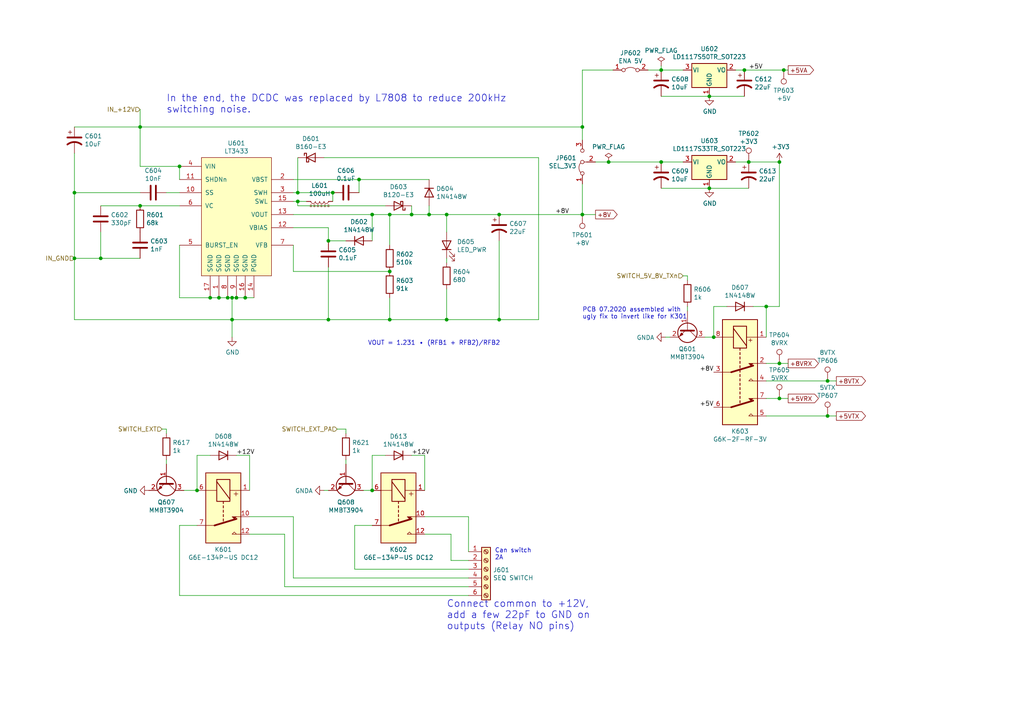
<source format=kicad_sch>
(kicad_sch (version 20211123) (generator eeschema)
  (paper "A4")
  (title_block (title "Picardy Anglian Mashup") (date "2020-03-18") (company "HB9EGM"))
  (lib_symbols
    (symbol "Connector:Screw_Terminal_01x06" (pin_names (offset 1.016) hide)
      (property "Reference" "J" (at 0 7.62 0))
      (property "Value" "Screw_Terminal_01x06" (at 0 -10.16 0))
      (symbol "Screw_Terminal_01x06_1_1"
        (rectangle (start -1.27 6.35) (end 1.27 -8.89) (stroke (width 0.254)) (fill (type background)))
        (circle (center 0 -7.62) (radius 0.635) (stroke (width 0.1524)))
        (circle (center 0 -5.08) (radius 0.635) (stroke (width 0.1524)))
        (circle (center 0 -2.54) (radius 0.635) (stroke (width 0.1524)))
        (polyline (pts (xy -0.5334 -7.2898) (xy 0.3302 -8.128)) (stroke (width 0.1524)))
        (polyline (pts (xy -0.5334 -4.7498) (xy 0.3302 -5.588)) (stroke (width 0.1524)))
        (polyline (pts (xy -0.5334 -2.2098) (xy 0.3302 -3.048)) (stroke (width 0.1524)))
        (polyline (pts (xy -0.5334 0.3302) (xy 0.3302 -0.508)) (stroke (width 0.1524)))
        (polyline (pts (xy -0.5334 2.8702) (xy 0.3302 2.032)) (stroke (width 0.1524)))
        (polyline (pts (xy -0.5334 5.4102) (xy 0.3302 4.572)) (stroke (width 0.1524)))
        (polyline (pts (xy -0.3556 -7.112) (xy 0.508 -7.9502)) (stroke (width 0.1524)))
        (polyline (pts (xy -0.3556 -4.572) (xy 0.508 -5.4102)) (stroke (width 0.1524)))
        (polyline (pts (xy -0.3556 -2.032) (xy 0.508 -2.8702)) (stroke (width 0.1524)))
        (polyline (pts (xy -0.3556 0.508) (xy 0.508 -0.3302)) (stroke (width 0.1524)))
        (polyline (pts (xy -0.3556 3.048) (xy 0.508 2.2098)) (stroke (width 0.1524)))
        (polyline (pts (xy -0.3556 5.588) (xy 0.508 4.7498)) (stroke (width 0.1524)))
        (circle (center 0 0) (radius 0.635) (stroke (width 0.1524)))
        (circle (center 0 2.54) (radius 0.635) (stroke (width 0.1524)))
        (circle (center 0 5.08) (radius 0.635) (stroke (width 0.1524)))
        (pin passive line (at -5.08 5.08 0) (length 3.81) (name "Pin_1") (number "1"))
        (pin passive line (at -5.08 2.54 0) (length 3.81) (name "Pin_2") (number "2"))
        (pin passive line (at -5.08 0 0) (length 3.81) (name "Pin_3") (number "3"))
        (pin passive line (at -5.08 -2.54 0) (length 3.81) (name "Pin_4") (number "4"))
        (pin passive line (at -5.08 -5.08 0) (length 3.81) (name "Pin_5") (number "5"))
        (pin passive line (at -5.08 -7.62 0) (length 3.81) (name "Pin_6") (number "6"))
      )
    )
    (symbol "Connector:TestPoint" (pin_numbers hide) (pin_names (offset 0.762) hide)
      (property "Reference" "TP" (at 0 6.858 0))
      (property "Value" "TestPoint" (at 0 5.08 0))
      (symbol "TestPoint_0_1"
        (circle (center 0 3.302) (radius 0.762))
      )
      (symbol "TestPoint_1_1"
        (pin passive line (at 0 0 90) (length 2.54) (name "1") (number "1"))
      )
    )
    (symbol "Device:C" (pin_numbers hide) (pin_names (offset 0.254))
      (property "Reference" "C" (at 0.635 2.54 0))
      (property "Value" "C" (at 0.635 -2.54 0))
      (symbol "C_0_1"
        (polyline (pts (xy -2.032 -0.762) (xy 2.032 -0.762)) (stroke (width 0.508)))
        (polyline (pts (xy -2.032 0.762) (xy 2.032 0.762)) (stroke (width 0.508)))
      )
      (symbol "C_1_1"
        (pin passive line (at 0 3.81 270) (length 2.794) (name "~") (number "1"))
        (pin passive line (at 0 -3.81 90) (length 2.794) (name "~") (number "2"))
      )
    )
    (symbol "Device:CP1" (pin_numbers hide) (pin_names (offset 0.254) hide)
      (property "Reference" "C" (at 0.635 2.54 0))
      (property "Value" "Device_CP1" (at 0.635 -2.54 0))
      (symbol "CP1_0_1"
        (polyline (pts (xy -2.032 0.762) (xy 2.032 0.762)) (stroke (width 0.508)))
        (polyline (pts (xy -1.778 2.286) (xy -0.762 2.286)))
        (polyline (pts (xy -1.27 1.778) (xy -1.27 2.794)))
        (arc (start 2.032 -1.27) (mid 0 -0.5572) (end -2.032 -1.27) (stroke (width 0.508)))
      )
      (symbol "CP1_1_1"
        (pin passive line (at 0 3.81 270) (length 2.794) (name "~") (number "1"))
        (pin passive line (at 0 -3.81 90) (length 3.302) (name "~") (number "2"))
      )
    )
    (symbol "Device:LED" (pin_numbers hide) (pin_names (offset 1.016) hide)
      (property "Reference" "D" (at 0 2.54 0))
      (property "Value" "LED" (at 0 -2.54 0))
      (symbol "LED_0_1"
        (polyline (pts (xy -1.27 -1.27) (xy -1.27 1.27)) (stroke (width 0.254)))
        (polyline (pts (xy -1.27 0) (xy 1.27 0)))
        (polyline (pts (xy 1.27 -1.27) (xy 1.27 1.27) (xy -1.27 0) (xy 1.27 -1.27)) (stroke (width 0.254)))
        (polyline (pts (xy -3.048 -0.762) (xy -4.572 -2.286) (xy -3.81 -2.286) (xy -4.572 -2.286) (xy -4.572 -1.524)))
        (polyline (pts (xy -1.778 -0.762) (xy -3.302 -2.286) (xy -2.54 -2.286) (xy -3.302 -2.286) (xy -3.302 -1.524)))
      )
      (symbol "LED_1_1"
        (pin passive line (at -3.81 0 0) (length 2.54) (name "K") (number "1"))
        (pin passive line (at 3.81 0 180) (length 2.54) (name "A") (number "2"))
      )
    )
    (symbol "Device:L_Core_Ferrite" (pin_numbers hide) (pin_names (offset 1.016) hide)
      (property "Reference" "L" (at -1.27 0 90))
      (property "Value" "Device_L_Core_Ferrite" (at 2.794 0 90))
      (symbol "L_Core_Ferrite_0_1"
        (arc (start 0 -2.54) (mid 0.635 -1.905) (end 0 -1.27))
        (arc (start 0 -1.27) (mid 0.635 -0.635) (end 0 0))
        (polyline (pts (xy 1.016 -2.794) (xy 1.016 -2.286)))
        (polyline (pts (xy 1.016 -1.778) (xy 1.016 -1.27)))
        (polyline (pts (xy 1.016 -0.762) (xy 1.016 -0.254)))
        (polyline (pts (xy 1.016 0.254) (xy 1.016 0.762)))
        (polyline (pts (xy 1.016 1.27) (xy 1.016 1.778)))
        (polyline (pts (xy 1.016 2.286) (xy 1.016 2.794)))
        (polyline (pts (xy 1.524 -2.286) (xy 1.524 -2.794)))
        (polyline (pts (xy 1.524 -1.27) (xy 1.524 -1.778)))
        (polyline (pts (xy 1.524 -0.254) (xy 1.524 -0.762)))
        (polyline (pts (xy 1.524 0.762) (xy 1.524 0.254)))
        (polyline (pts (xy 1.524 1.778) (xy 1.524 1.27)))
        (polyline (pts (xy 1.524 2.794) (xy 1.524 2.286)))
        (arc (start 0 0) (mid 0.635 0.635) (end 0 1.27))
        (arc (start 0 1.27) (mid 0.635 1.905) (end 0 2.54))
      )
      (symbol "L_Core_Ferrite_1_1"
        (pin passive line (at 0 3.81 270) (length 1.27) (name "1") (number "1"))
        (pin passive line (at 0 -3.81 90) (length 1.27) (name "2") (number "2"))
      )
    )
    (symbol "Device:R" (pin_numbers hide) (pin_names (offset 0))
      (property "Reference" "R" (at 2.032 0 90))
      (property "Value" "R" (at 0 0 90))
      (symbol "R_0_1"
        (rectangle (start -1.016 -2.54) (end 1.016 2.54) (stroke (width 0.254)))
      )
      (symbol "R_1_1"
        (pin passive line (at 0 3.81 270) (length 1.27) (name "~") (number "1"))
        (pin passive line (at 0 -3.81 90) (length 1.27) (name "~") (number "2"))
      )
    )
    (symbol "Diode:1N4148W" (pin_numbers hide) (pin_names (offset 1.016) hide)
      (property "Reference" "D" (at 0 2.54 0))
      (property "Value" "1N4148W" (at 0 -2.54 0))
      (symbol "1N4148W_0_1"
        (polyline (pts (xy -1.27 1.27) (xy -1.27 -1.27)) (stroke (width 0.254)))
        (polyline (pts (xy 1.27 0) (xy -1.27 0)))
        (polyline (pts (xy 1.27 1.27) (xy 1.27 -1.27) (xy -1.27 0) (xy 1.27 1.27)) (stroke (width 0.254)))
      )
      (symbol "1N4148W_1_1"
        (pin passive line (at -3.81 0 0) (length 2.54) (name "K") (number "1"))
        (pin passive line (at 3.81 0 180) (length 2.54) (name "A") (number "2"))
      )
    )
    (symbol "Diode:B120-E3" (pin_numbers hide) (pin_names hide)
      (property "Reference" "D" (at 0 2.54 0))
      (property "Value" "B120-E3" (at 0 -2.54 0))
      (symbol "B120-E3_0_1"
        (polyline (pts (xy 1.27 0) (xy -1.27 0)))
        (polyline (pts (xy 1.27 1.27) (xy 1.27 -1.27) (xy -1.27 0) (xy 1.27 1.27)) (stroke (width 0.254)))
        (polyline (pts (xy -1.905 0.635) (xy -1.905 1.27) (xy -1.27 1.27) (xy -1.27 -1.27) (xy -0.635 -1.27) (xy -0.635 -0.635)) (stroke (width 0.254)))
      )
      (symbol "B120-E3_1_1"
        (pin passive line (at -3.81 0 0) (length 2.54) (name "K") (number "1"))
        (pin passive line (at 3.81 0 180) (length 2.54) (name "A") (number "2"))
      )
    )
    (symbol "Diode:B160-E3" (pin_numbers hide) (pin_names hide)
      (property "Reference" "D" (at 0 2.54 0))
      (property "Value" "B160-E3" (at 0 -2.54 0))
      (symbol "B160-E3_0_1"
        (polyline (pts (xy 1.27 0) (xy -1.27 0)))
        (polyline (pts (xy 1.27 1.27) (xy 1.27 -1.27) (xy -1.27 0) (xy 1.27 1.27)) (stroke (width 0.254)))
        (polyline (pts (xy -1.905 0.635) (xy -1.905 1.27) (xy -1.27 1.27) (xy -1.27 -1.27) (xy -0.635 -1.27) (xy -0.635 -0.635)) (stroke (width 0.254)))
      )
      (symbol "B160-E3_1_1"
        (pin passive line (at -3.81 0 0) (length 2.54) (name "K") (number "1"))
        (pin passive line (at 3.81 0 180) (length 2.54) (name "A") (number "2"))
      )
    )
    (symbol "Jumper:Jumper_2_Bridged" (pin_names (offset 0) hide)
      (property "Reference" "JP" (at 0 1.905 0))
      (property "Value" "Jumper_2_Bridged" (at 0 -2.54 0))
      (symbol "Jumper_2_Bridged_0_0"
        (circle (center -2.032 0) (radius 0.508))
        (circle (center 2.032 0) (radius 0.508))
      )
      (symbol "Jumper_2_Bridged_0_1"
        (arc (start 1.524 0.254) (mid 0 0.762) (end -1.524 0.254))
      )
      (symbol "Jumper_2_Bridged_1_1"
        (pin passive line (at -5.08 0 0) (length 2.54) (name "A") (number "1"))
        (pin passive line (at 5.08 0 180) (length 2.54) (name "B") (number "2"))
      )
    )
    (symbol "Jumper:Jumper_3_Bridged12" (pin_names (offset 0) hide)
      (property "Reference" "JP" (at -2.54 -2.54 0))
      (property "Value" "Jumper_3_Bridged12" (at 0 2.794 0))
      (symbol "Jumper_3_Bridged12_0_0"
        (circle (center -3.302 0) (radius 0.508))
        (circle (center 0 0) (radius 0.508))
        (circle (center 3.302 0) (radius 0.508))
      )
      (symbol "Jumper_3_Bridged12_0_1"
        (arc (start -0.254 0.508) (mid -1.651 0.9912) (end -3.048 0.508))
        (polyline (pts (xy 0 -1.27) (xy 0 -0.508)))
      )
      (symbol "Jumper_3_Bridged12_1_1"
        (pin passive line (at -6.35 0 0) (length 2.54) (name "A") (number "1"))
        (pin passive line (at 0 -3.81 90) (length 2.54) (name "C") (number "2"))
        (pin passive line (at 6.35 0 180) (length 2.54) (name "B") (number "3"))
      )
    )
    (symbol "Regulator_Linear:LD1117S33TR_SOT223" (pin_names (offset 0.254))
      (property "Reference" "U" (at -3.81 3.175 0))
      (property "Value" "LD1117S33TR_SOT223" (at 0 3.175 0))
      (symbol "LD1117S33TR_SOT223_0_1"
        (rectangle (start -5.08 -5.08) (end 5.08 1.905) (stroke (width 0.254)) (fill (type background)))
      )
      (symbol "LD1117S33TR_SOT223_1_1"
        (pin power_in line (at 0 -7.62 90) (length 2.54) (name "GND") (number "1"))
        (pin power_out line (at 7.62 0 180) (length 2.54) (name "VO") (number "2"))
        (pin power_in line (at -7.62 0 0) (length 2.54) (name "VI") (number "3"))
      )
    )
    (symbol "Regulator_Linear:LD1117S50TR_SOT223" (pin_names (offset 0.254))
      (property "Reference" "U" (at -3.81 3.175 0))
      (property "Value" "LD1117S50TR_SOT223" (at 0 3.175 0))
      (symbol "LD1117S50TR_SOT223_0_1"
        (rectangle (start -5.08 -5.08) (end 5.08 1.905) (stroke (width 0.254)) (fill (type background)))
      )
      (symbol "LD1117S50TR_SOT223_1_1"
        (pin power_in line (at 0 -7.62 90) (length 2.54) (name "GND") (number "1"))
        (pin power_out line (at 7.62 0 180) (length 2.54) (name "VO") (number "2"))
        (pin power_in line (at -7.62 0 0) (length 2.54) (name "VI") (number "3"))
      )
    )
    (symbol "Relay:G6E"
      (property "Reference" "K" (at 11.43 3.81 0))
      (property "Value" "G6E" (at 11.43 1.27 0))
      (symbol "G6E_0_0"
        (polyline (pts (xy 7.62 5.08) (xy 7.62 2.54) (xy 6.985 3.175) (xy 7.62 3.81)))
        (text "+" (at -4.064 3.556 0) (effects (font (size 1.524 1.524))))
      )
      (symbol "G6E_0_1"
        (rectangle (start -10.16 5.08) (end 10.16 -5.08) (stroke (width 0.254)) (fill (type background)))
        (rectangle (start -8.255 1.905) (end -1.905 -1.905) (stroke (width 0.254)))
        (polyline (pts (xy -7.62 -1.905) (xy -2.54 1.905)) (stroke (width 0.254)))
        (polyline (pts (xy -5.08 -5.08) (xy -5.08 -1.905)))
        (polyline (pts (xy -5.08 5.08) (xy -5.08 1.905)))
        (polyline (pts (xy -1.905 0) (xy -1.27 0)) (stroke (width 0.254)))
        (polyline (pts (xy -0.635 0) (xy 0 0)) (stroke (width 0.254)))
        (polyline (pts (xy 0.635 0) (xy 1.27 0)) (stroke (width 0.254)))
        (polyline (pts (xy 1.905 0) (xy 2.54 0)) (stroke (width 0.254)))
        (polyline (pts (xy 3.175 0) (xy 3.81 0)) (stroke (width 0.254)))
        (polyline (pts (xy 5.08 -2.54) (xy 3.175 3.81)) (stroke (width 0.508)))
        (polyline (pts (xy 5.08 -2.54) (xy 5.08 -5.08)))
        (polyline (pts (xy 2.54 5.08) (xy 2.54 2.54) (xy 3.175 3.175) (xy 2.54 3.81)) (fill (type outline)))
      )
      (symbol "G6E_1_1"
        (pin passive line (at -5.08 7.62 270) (length 2.54) (name "~") (number "1"))
        (pin passive line (at 2.54 7.62 270) (length 2.54) (name "~") (number "10"))
        (pin passive line (at 7.62 7.62 270) (length 2.54) (name "~") (number "12"))
        (pin passive line (at -5.08 -7.62 90) (length 2.54) (name "~") (number "6"))
        (pin passive line (at 5.08 -7.62 90) (length 2.54) (name "~") (number "7"))
      )
    )
    (symbol "Relay:G6K-2"
      (property "Reference" "K" (at 16.51 3.81 0))
      (property "Value" "G6K-2" (at 16.51 1.27 0))
      (symbol "G6K-2_0_0"
        (text "+" (at -9.271 2.921 0) (effects (font (size 1.27 1.27))))
      )
      (symbol "G6K-2_0_1"
        (rectangle (start -15.24 5.08) (end 15.24 -5.08) (stroke (width 0.254)) (fill (type background)))
        (rectangle (start -13.335 1.905) (end -6.985 -1.905) (stroke (width 0.254)))
        (polyline (pts (xy -12.7 -1.905) (xy -7.62 1.905)) (stroke (width 0.254)))
        (polyline (pts (xy -10.16 -5.08) (xy -10.16 -1.905)))
        (polyline (pts (xy -10.16 5.08) (xy -10.16 1.905)))
        (polyline (pts (xy -6.985 0) (xy -6.35 0)) (stroke (width 0.254)))
        (polyline (pts (xy -5.715 0) (xy -5.08 0)) (stroke (width 0.254)))
        (polyline (pts (xy -4.445 0) (xy -3.81 0)) (stroke (width 0.254)))
        (polyline (pts (xy -3.175 0) (xy -2.54 0)) (stroke (width 0.254)))
        (polyline (pts (xy -1.905 0) (xy -1.27 0)) (stroke (width 0.254)))
        (polyline (pts (xy -0.635 0) (xy 0 0)) (stroke (width 0.254)))
        (polyline (pts (xy 0 -2.54) (xy -1.905 3.81)) (stroke (width 0.508)))
        (polyline (pts (xy 0 -2.54) (xy 0 -5.08)))
        (polyline (pts (xy 0.635 0) (xy 1.27 0)) (stroke (width 0.254)))
        (polyline (pts (xy 1.905 0) (xy 2.54 0)) (stroke (width 0.254)))
        (polyline (pts (xy 3.175 0) (xy 3.81 0)) (stroke (width 0.254)))
        (polyline (pts (xy 4.445 0) (xy 5.08 0)) (stroke (width 0.254)))
        (polyline (pts (xy 5.715 0) (xy 6.35 0)) (stroke (width 0.254)))
        (polyline (pts (xy 6.985 0) (xy 7.62 0)) (stroke (width 0.254)))
        (polyline (pts (xy 8.255 0) (xy 8.89 0)) (stroke (width 0.254)))
        (polyline (pts (xy 10.16 -2.54) (xy 8.255 3.81)) (stroke (width 0.508)))
        (polyline (pts (xy 10.16 -2.54) (xy 10.16 -5.08)))
        (polyline (pts (xy -2.54 5.08) (xy -2.54 2.54) (xy -1.905 3.175) (xy -2.54 3.81)) (fill (type outline)))
        (polyline (pts (xy 2.54 5.08) (xy 2.54 2.54) (xy 1.905 3.175) (xy 2.54 3.81)))
        (polyline (pts (xy 7.62 5.08) (xy 7.62 2.54) (xy 8.255 3.175) (xy 7.62 3.81)) (fill (type outline)))
        (polyline (pts (xy 12.7 5.08) (xy 12.7 2.54) (xy 12.065 3.175) (xy 12.7 3.81)))
      )
      (symbol "G6K-2_1_1"
        (pin passive line (at -10.16 7.62 270) (length 2.54) (name "~") (number "1"))
        (pin passive line (at -2.54 7.62 270) (length 2.54) (name "~") (number "2"))
        (pin passive line (at 0 -7.62 90) (length 2.54) (name "~") (number "3"))
        (pin passive line (at 2.54 7.62 270) (length 2.54) (name "~") (number "4"))
        (pin passive line (at 12.7 7.62 270) (length 2.54) (name "~") (number "5"))
        (pin passive line (at 10.16 -7.62 90) (length 2.54) (name "~") (number "6"))
        (pin passive line (at 7.62 7.62 270) (length 2.54) (name "~") (number "7"))
        (pin passive line (at -10.16 -7.62 90) (length 2.54) (name "~") (number "8"))
      )
    )
    (symbol "Transistor_BJT:MMBT3904" (pin_names (offset 0) hide)
      (property "Reference" "Q" (at 5.08 1.905 0))
      (property "Value" "MMBT3904" (at 5.08 0 0))
      (symbol "MMBT3904_0_1"
        (polyline (pts (xy 0.635 0.635) (xy 2.54 2.54)))
        (polyline (pts (xy 0.635 -0.635) (xy 2.54 -2.54) (xy 2.54 -2.54)))
        (polyline (pts (xy 0.635 1.905) (xy 0.635 -1.905) (xy 0.635 -1.905)) (stroke (width 0.508)))
        (polyline (pts (xy 1.27 -1.778) (xy 1.778 -1.27) (xy 2.286 -2.286) (xy 1.27 -1.778) (xy 1.27 -1.778)) (fill (type outline)))
        (circle (center 1.27 0) (radius 2.8194) (stroke (width 0.254)))
      )
      (symbol "MMBT3904_1_1"
        (pin input line (at -5.08 0 0) (length 5.715) (name "B") (number "1"))
        (pin passive line (at 2.54 -5.08 90) (length 2.54) (name "E") (number "2"))
        (pin passive line (at 2.54 5.08 270) (length 2.54) (name "C") (number "3"))
      )
    )
    (symbol "mpb:LT3433" (pin_names (offset 1.016))
      (property "Reference" "U" (at -8.89 -19.05 0))
      (property "Value" "LT3433" (at -1.27 17.78 0))
      (symbol "LT3433_0_1"
        (rectangle (start -10.16 16.51) (end 10.16 -17.78) (fill (type background)))
      )
      (symbol "LT3433_1_1"
        (pin power_in line (at -5.08 -24.13 90) (length 6.35) (name "SGND") (number "1"))
        (pin bidirectional line (at -16.51 6.35 0) (length 6.35) (name "SS") (number "10"))
        (pin input line (at -16.51 10.16 0) (length 6.35) (name "SHDNn") (number "11"))
        (pin input line (at 16.51 -3.81 180) (length 6.35) (name "VBIAS") (number "12"))
        (pin power_out line (at 16.51 0 180) (length 6.35) (name "VOUT") (number "13"))
        (pin power_in line (at 5.08 -24.13 90) (length 6.35) (name "PGND") (number "14"))
        (pin bidirectional line (at 16.51 3.81 180) (length 6.35) (name "SWL") (number "15"))
        (pin power_in line (at 2.54 -24.13 90) (length 6.35) (name "SGND") (number "16"))
        (pin power_in line (at -7.62 -24.13 90) (length 6.35) (name "SGND") (number "17"))
        (pin bidirectional line (at 16.51 10.16 180) (length 6.35) (name "VBST") (number "2"))
        (pin bidirectional line (at 16.51 6.35 180) (length 6.35) (name "SWH") (number "3"))
        (pin power_in line (at -16.51 13.97 0) (length 6.35) (name "VIN") (number "4"))
        (pin input line (at -16.51 -8.89 0) (length 6.35) (name "BURST_EN") (number "5"))
        (pin bidirectional line (at -16.51 2.54 0) (length 6.35) (name "VC") (number "6"))
        (pin input line (at 16.51 -8.89 180) (length 6.35) (name "VFB") (number "7"))
        (pin power_in line (at -2.54 -24.13 90) (length 6.35) (name "SGND") (number "8"))
        (pin power_in line (at 0 -24.13 90) (length 6.35) (name "SGND") (number "9"))
      )
    )
    (symbol "power:+3.3V" (power) (pin_names (offset 0))
      (property "Value" "+3.3V" (at 0 3.556 0))
      (symbol "+3.3V_0_1"
        (polyline (pts (xy -0.762 1.27) (xy 0 2.54)))
        (polyline (pts (xy 0 0) (xy 0 2.54)))
        (polyline (pts (xy 0 2.54) (xy 0.762 1.27)))
      )
      (symbol "+3.3V_1_1"
        (pin power_in line (at 0 0 90) (length 0) hide (name "+3V3") (number "1"))
      )
    )
    (symbol "power:GND" (power) (pin_names (offset 0))
      (property "Value" "GND" (at 0 -3.81 0))
      (symbol "GND_0_1"
        (polyline (pts (xy 0 0) (xy 0 -1.27) (xy 1.27 -1.27) (xy 0 -2.54) (xy -1.27 -1.27) (xy 0 -1.27)))
      )
      (symbol "GND_1_1"
        (pin power_in line (at 0 0 270) (length 0) hide (name "GND") (number "1"))
      )
    )
    (symbol "power:GNDA" (power) (pin_names (offset 0))
      (property "Value" "GNDA" (at 0 -3.81 0))
      (symbol "GNDA_0_1"
        (polyline (pts (xy 0 0) (xy 0 -1.27) (xy 1.27 -1.27) (xy 0 -2.54) (xy -1.27 -1.27) (xy 0 -1.27)))
      )
      (symbol "GNDA_1_1"
        (pin power_in line (at 0 0 270) (length 0) hide (name "GNDA") (number "1"))
      )
    )
    (symbol "power:PWR_FLAG" (power) (pin_numbers hide) (pin_names (offset 0) hide)
      (property "Value" "PWR_FLAG" (at 0 3.81 0))
      (symbol "PWR_FLAG_0_0"
        (pin power_out line (at 0 0 90) (length 0) (name "pwr") (number "1"))
      )
      (symbol "PWR_FLAG_0_1"
        (polyline (pts (xy 0 0) (xy 0 1.27) (xy -1.016 1.905) (xy 0 2.54) (xy 1.016 1.905) (xy 0 1.27)))
      )
    )
  )
  (junction (at 95.25 69.85))
  (junction (at 226.06 115.57))
  (junction (at 191.77 46.99))
  (junction (at 124.46 62.23))
  (junction (at 96.52 55.88))
  (junction (at 129.54 62.23))
  (junction (at 40.64 36.83))
  (junction (at 107.95 62.23))
  (junction (at 217.17 46.99))
  (junction (at 205.74 27.94))
  (junction (at 168.91 62.23))
  (junction (at 129.54 92.71))
  (junction (at 215.9 20.32))
  (junction (at 226.06 46.99))
  (junction (at 119.38 62.23))
  (junction (at 68.58 86.36))
  (junction (at 60.96 86.36))
  (junction (at 227.33 20.32))
  (junction (at 67.31 92.71))
  (junction (at 67.31 86.36))
  (junction (at 191.77 20.32))
  (junction (at 66.04 86.36))
  (junction (at 71.12 86.36))
  (junction (at 205.74 54.61))
  (junction (at 86.36 55.88))
  (junction (at 86.36 58.42))
  (junction (at 63.5 86.36))
  (junction (at 57.15 142.24))
  (junction (at 40.64 59.69))
  (junction (at 144.78 62.23))
  (junction (at 113.03 62.23))
  (junction (at 176.53 46.99))
  (junction (at 107.95 142.24))
  (junction (at 144.78 92.71))
  (junction (at 222.25 88.9))
  (junction (at 21.59 74.93))
  (junction (at 113.03 92.71))
  (junction (at 113.03 78.74))
  (junction (at 52.07 48.26))
  (junction (at 168.91 36.83))
  (junction (at 21.59 55.88))
  (junction (at 29.21 74.93))
  (junction (at 240.03 110.49))
  (junction (at 104.14 52.07))
  (junction (at 207.01 97.79))
  (junction (at 240.03 120.65))
  (junction (at 226.06 105.41))
  (junction (at 95.25 92.71))
  (wire (pts (xy 176.53 46.99) (xy 191.77 46.99)))
  (wire (pts (xy 144.78 62.23) (xy 168.91 62.23)))
  (wire (pts (xy 135.89 172.72) (xy 52.07 172.72)))
  (wire (pts (xy 135.89 160.02) (xy 135.89 149.86)))
  (wire (pts (xy 95.25 66.04) (xy 95.25 69.85)))
  (wire (pts (xy 40.64 36.83) (xy 168.91 36.83)))
  (wire (pts (xy 95.25 69.85) (xy 100.33 69.85)))
  (wire (pts (xy 21.59 44.45) (xy 21.59 55.88)))
  (wire (pts (xy 46.99 124.46) (xy 48.26 124.46)))
  (wire (pts (xy 129.54 92.71) (xy 113.03 92.71)))
  (wire (pts (xy 93.98 142.24) (xy 95.25 142.24)))
  (wire (pts (xy 129.54 62.23) (xy 144.78 62.23)))
  (wire (pts (xy 105.41 142.24) (xy 107.95 142.24)))
  (wire (pts (xy 86.36 58.42) (xy 86.36 59.69)))
  (wire (pts (xy 226.06 105.41) (xy 228.6 105.41)))
  (wire (pts (xy 191.77 19.05) (xy 191.77 20.32)))
  (wire (pts (xy 199.39 80.01) (xy 198.12 80.01)))
  (wire (pts (xy 53.34 142.24) (xy 57.15 142.24)))
  (wire (pts (xy 60.96 86.36) (xy 63.5 86.36)))
  (wire (pts (xy 135.89 167.64) (xy 85.09 167.64)))
  (wire (pts (xy 96.52 55.88) (xy 96.52 58.42)))
  (wire (pts (xy 156.21 45.72) (xy 156.21 92.71)))
  (wire (pts (xy 93.98 45.72) (xy 156.21 45.72)))
  (wire (pts (xy 240.03 120.65) (xy 222.25 120.65)))
  (wire (pts (xy 119.38 62.23) (xy 119.38 59.69)))
  (wire (pts (xy 86.36 59.69) (xy 111.76 59.69)))
  (wire (pts (xy 52.07 86.36) (xy 60.96 86.36)))
  (wire (pts (xy 72.39 142.24) (xy 72.39 132.08)))
  (wire (pts (xy 107.95 152.4) (xy 102.87 152.4)))
  (wire (pts (xy 168.91 62.23) (xy 172.72 62.23)))
  (wire (pts (xy 144.78 92.71) (xy 144.78 69.85)))
  (wire (pts (xy 66.04 86.36) (xy 67.31 86.36)))
  (wire (pts (xy 107.95 62.23) (xy 113.03 62.23)))
  (wire (pts (xy 222.25 88.9) (xy 218.44 88.9)))
  (wire (pts (xy 85.09 55.88) (xy 86.36 55.88)))
  (wire (pts (xy 21.59 36.83) (xy 40.64 36.83)))
  (wire (pts (xy 156.21 92.71) (xy 144.78 92.71)))
  (wire (pts (xy 95.25 92.71) (xy 67.31 92.71)))
  (wire (pts (xy 130.81 162.56) (xy 130.81 154.94)))
  (wire (pts (xy 204.47 97.79) (xy 207.01 97.79)))
  (wire (pts (xy 226.06 115.57) (xy 228.6 115.57)))
  (wire (pts (xy 52.07 52.07) (xy 52.07 48.26)))
  (wire (pts (xy 205.74 54.61) (xy 217.17 54.61)))
  (wire (pts (xy 113.03 62.23) (xy 119.38 62.23)))
  (wire (pts (xy 63.5 86.36) (xy 66.04 86.36)))
  (wire (pts (xy 242.57 110.49) (xy 240.03 110.49)))
  (wire (pts (xy 95.25 77.47) (xy 95.25 92.71)))
  (wire (pts (xy 210.82 88.9) (xy 207.01 88.9)))
  (wire (pts (xy 240.03 110.49) (xy 222.25 110.49)))
  (wire (pts (xy 21.59 74.93) (xy 29.21 74.93)))
  (wire (pts (xy 177.8 20.32) (xy 168.91 20.32)))
  (wire (pts (xy 40.64 31.75) (xy 40.64 36.83)))
  (wire (pts (xy 193.04 97.79) (xy 194.31 97.79)))
  (wire (pts (xy 222.25 105.41) (xy 226.06 105.41)))
  (wire (pts (xy 227.33 20.32) (xy 228.6 20.32)))
  (wire (pts (xy 226.06 88.9) (xy 222.25 88.9)))
  (wire (pts (xy 40.64 55.88) (xy 21.59 55.88)))
  (wire (pts (xy 191.77 20.32) (xy 187.96 20.32)))
  (wire (pts (xy 226.06 46.99) (xy 226.06 88.9)))
  (wire (pts (xy 40.64 74.93) (xy 29.21 74.93)))
  (wire (pts (xy 86.36 45.72) (xy 86.36 55.88)))
  (wire (pts (xy 29.21 67.31) (xy 29.21 74.93)))
  (wire (pts (xy 100.33 134.62) (xy 100.33 133.35)))
  (wire (pts (xy 242.57 120.65) (xy 240.03 120.65)))
  (wire (pts (xy 72.39 154.94) (xy 82.55 154.94)))
  (wire (pts (xy 119.38 62.23) (xy 124.46 62.23)))
  (wire (pts (xy 113.03 86.36) (xy 113.03 92.71)))
  (wire (pts (xy 102.87 165.1) (xy 135.89 165.1)))
  (wire (pts (xy 85.09 78.74) (xy 113.03 78.74)))
  (wire (pts (xy 85.09 58.42) (xy 86.36 58.42)))
  (wire (pts (xy 111.76 132.08) (xy 107.95 132.08)))
  (wire (pts (xy 21.59 55.88) (xy 21.59 74.93)))
  (wire (pts (xy 124.46 52.07) (xy 104.14 52.07)))
  (wire (pts (xy 123.19 142.24) (xy 123.19 132.08)))
  (wire (pts (xy 86.36 58.42) (xy 88.9 58.42)))
  (wire (pts (xy 129.54 83.82) (xy 129.54 92.71)))
  (wire (pts (xy 48.26 134.62) (xy 48.26 133.35)))
  (wire (pts (xy 40.64 36.83) (xy 40.64 48.26)))
  (wire (pts (xy 85.09 62.23) (xy 107.95 62.23)))
  (wire (pts (xy 86.36 55.88) (xy 96.52 55.88)))
  (wire (pts (xy 40.64 48.26) (xy 52.07 48.26)))
  (wire (pts (xy 199.39 90.17) (xy 199.39 88.9)))
  (wire (pts (xy 207.01 88.9) (xy 207.01 97.79)))
  (wire (pts (xy 85.09 167.64) (xy 85.09 149.86)))
  (wire (pts (xy 57.15 132.08) (xy 57.15 142.24)))
  (wire (pts (xy 67.31 92.71) (xy 67.31 97.79)))
  (wire (pts (xy 29.21 59.69) (xy 40.64 59.69)))
  (wire (pts (xy 97.79 124.46) (xy 100.33 124.46)))
  (wire (pts (xy 100.33 125.73) (xy 100.33 124.46)))
  (wire (pts (xy 144.78 92.71) (xy 129.54 92.71)))
  (wire (pts (xy 213.36 46.99) (xy 217.17 46.99)))
  (wire (pts (xy 191.77 27.94) (xy 205.74 27.94)))
  (wire (pts (xy 113.03 71.12) (xy 113.03 62.23)))
  (wire (pts (xy 40.64 59.69) (xy 52.07 59.69)))
  (wire (pts (xy 226.06 46.99) (xy 217.17 46.99)))
  (wire (pts (xy 191.77 20.32) (xy 198.12 20.32)))
  (wire (pts (xy 85.09 66.04) (xy 95.25 66.04)))
  (wire (pts (xy 222.25 115.57) (xy 226.06 115.57)))
  (wire (pts (xy 205.74 27.94) (xy 215.9 27.94)))
  (wire (pts (xy 85.09 149.86) (xy 72.39 149.86)))
  (wire (pts (xy 199.39 81.28) (xy 199.39 80.01)))
  (wire (pts (xy 82.55 154.94) (xy 82.55 170.18)))
  (wire (pts (xy 107.95 132.08) (xy 107.95 142.24)))
  (wire (pts (xy 72.39 132.08) (xy 68.58 132.08)))
  (wire (pts (xy 123.19 132.08) (xy 119.38 132.08)))
  (wire (pts (xy 107.95 62.23) (xy 107.95 69.85)))
  (wire (pts (xy 102.87 152.4) (xy 102.87 165.1)))
  (wire (pts (xy 21.59 92.71) (xy 67.31 92.71)))
  (wire (pts (xy 168.91 36.83) (xy 168.91 40.64)))
  (wire (pts (xy 48.26 55.88) (xy 52.07 55.88)))
  (wire (pts (xy 85.09 78.74) (xy 85.09 71.12)))
  (wire (pts (xy 71.12 86.36) (xy 73.66 86.36)))
  (wire (pts (xy 191.77 54.61) (xy 205.74 54.61)))
  (wire (pts (xy 124.46 62.23) (xy 124.46 59.69)))
  (wire (pts (xy 222.25 97.79) (xy 222.25 88.9)))
  (wire (pts (xy 135.89 162.56) (xy 130.81 162.56)))
  (wire (pts (xy 67.31 86.36) (xy 68.58 86.36)))
  (wire (pts (xy 135.89 149.86) (xy 123.19 149.86)))
  (wire (pts (xy 52.07 172.72) (xy 52.07 152.4)))
  (wire (pts (xy 67.31 86.36) (xy 67.31 92.71)))
  (wire (pts (xy 130.81 154.94) (xy 123.19 154.94)))
  (wire (pts (xy 21.59 74.93) (xy 21.59 92.71)))
  (wire (pts (xy 113.03 92.71) (xy 95.25 92.71)))
  (wire (pts (xy 68.58 86.36) (xy 71.12 86.36)))
  (wire (pts (xy 82.55 170.18) (xy 135.89 170.18)))
  (wire (pts (xy 124.46 62.23) (xy 129.54 62.23)))
  (wire (pts (xy 48.26 125.73) (xy 48.26 124.46)))
  (wire (pts (xy 168.91 36.83) (xy 168.91 20.32)))
  (wire (pts (xy 104.14 52.07) (xy 85.09 52.07)))
  (wire (pts (xy 60.96 132.08) (xy 57.15 132.08)))
  (wire (pts (xy 129.54 74.93) (xy 129.54 76.2)))
  (wire (pts (xy 172.72 46.99) (xy 176.53 46.99)))
  (wire (pts (xy 129.54 67.31) (xy 129.54 62.23)))
  (wire (pts (xy 198.12 46.99) (xy 191.77 46.99)))
  (wire (pts (xy 52.07 71.12) (xy 52.07 86.36)))
  (wire (pts (xy 213.36 20.32) (xy 215.9 20.32)))
  (wire (pts (xy 168.91 53.34) (xy 168.91 62.23)))
  (wire (pts (xy 215.9 20.32) (xy 227.33 20.32)))
  (wire (pts (xy 104.14 55.88) (xy 104.14 52.07)))
  (wire (pts (xy 52.07 152.4) (xy 57.15 152.4)))
  (text "VOUT = 1.231 • (RFB1 + RFB2)/RFB2" (at 106.68 100.33 0) (effects (font (size 1.27 1.27)) (justify left bottom)))
  (text "Connect common to +12V,\nadd a few 22pF to GND on\noutputs (Relay NO pins)" (at 129.54 182.88 0) (effects (font (size 2.0066 2.0066)) (justify left bottom)))
  (text "Can switch\n2A" (at 143.51 162.56 0) (effects (font (size 1.27 1.27)) (justify left bottom)))
  (text "In the end, the DCDC was replaced by L7808 to reduce 200kHz\nswitching noise." (at 48.26 33.02 0) (effects (font (size 2.0066 2.0066)) (justify left bottom)))
  (text "PCB 07.2020 assembled with\nugly fix to invert like for K301" (at 168.91 92.71 0) (effects (font (size 1.27 1.27)) (justify left bottom)))
  (label "+12V" (at 119.38 132.08 0))
  (label "+8V" (at 165.1 62.23 180))
  (label "+5V" (at 207.01 118.11 180))
  (label "+5V" (at 217.17 20.32 0))
  (label "+12V" (at 68.58 132.08 0))
  (label "+8V" (at 207.01 107.95 180))
  (global_label "+5VRX" (shape output) (at 228.6 115.57 0) (property "Intersheet References" "${INTERSHEET_REFS}" (effects hide)))
  (global_label "+8VTX" (shape output) (at 242.57 110.49 0) (property "Intersheet References" "${INTERSHEET_REFS}" (effects hide)))
  (global_label "+8V" (shape output) (at 172.72 62.23 0) (property "Intersheet References" "${INTERSHEET_REFS}" (effects hide)))
  (global_label "+5VA" (shape output) (at 228.6 20.32 0) (property "Intersheet References" "${INTERSHEET_REFS}" (effects hide)))
  (global_label "+8VRX" (shape output) (at 228.6 105.41 0) (property "Intersheet References" "${INTERSHEET_REFS}" (effects hide)))
  (global_label "+5VTX" (shape output) (at 242.57 120.65 0) (property "Intersheet References" "${INTERSHEET_REFS}" (effects hide)))
  (hierarchical_label "IN_+12V" (shape input) (at 40.64 31.75 180))
  (hierarchical_label "SWITCH_5V_8V_TXn" (shape input) (at 198.12 80.01 180))
  (hierarchical_label "SWITCH_EXT" (shape input) (at 46.99 124.46 180))
  (hierarchical_label "IN_GND" (shape input) (at 21.59 74.93 180))
  (hierarchical_label "SWITCH_EXT_PA" (shape input) (at 97.79 124.46 180))
  (symbol (lib_id "mpb:LT3433") (at 68.58 62.23 0) (unit 1)
    (property "Reference" "U601" (at 68.58 41.529 0))
    (property "Value" "LT3433" (at 68.58 43.8404 0))
    (property "Footprint" "Package_SO:TSSOP-16-1EP_4.4x5mm_P0.65mm" (effects hide))
    (property "MPN" "LT3433IFE" (effects hide))
    (property "Need_order" "1" (effects hide))
  )
  (symbol (lib_id "Device:CP1") (at 21.59 40.64 0) (unit 1)
    (property "Reference" "C601" (at 24.511 39.4716 0) (effects (justify left)))
    (property "Value" "10uF" (at 24.511 41.783 0) (effects (justify left)))
    (property "Footprint" "Capacitor_SMD:C_1210_3225Metric_Pad1.42x2.65mm_HandSolder" (effects hide))
    (property "MPN" "stash X7R 25V" (effects hide))
    (property "Need_order" "0" (effects hide))
    (property "OriginalValue" "2.2uF" (effects hide))
  )
  (symbol (lib_id "Device:C") (at 29.21 63.5 0) (unit 1)
    (property "Reference" "C602" (at 32.131 62.3316 0) (effects (justify left)))
    (property "Value" "330pF" (at 32.131 64.643 0) (effects (justify left)))
    (property "Footprint" "Capacitor_SMD:C_0603_1608Metric_Pad1.05x0.95mm_HandSolder" (effects hide))
    (property "MPN" "stash" (effects hide))
    (property "Need_order" "0" (effects hide))
  )
  (symbol (lib_id "Device:R") (at 40.64 63.5 180) (unit 1)
    (property "Reference" "R601" (at 42.418 62.3316 0) (effects (justify right)))
    (property "Value" "68k" (at 42.418 64.643 0) (effects (justify right)))
    (property "Footprint" "Resistor_SMD:R_0603_1608Metric_Pad1.05x0.95mm_HandSolder" (effects hide))
    (property "Need_order" "0" (effects hide))
  )
  (symbol (lib_id "Device:C") (at 40.64 71.12 0) (unit 1)
    (property "Reference" "C603" (at 43.561 69.9516 0) (effects (justify left)))
    (property "Value" "1nF" (at 43.561 72.263 0) (effects (justify left)))
    (property "Footprint" "Capacitor_SMD:C_0805_2012Metric" (effects hide))
    (property "MPN" "VJ0805A102GXXPW1BC" (effects hide))
    (property "Need_order" "1" (effects hide))
  )
  (symbol (lib_id "Device:R") (at 113.03 82.55 180) (unit 1)
    (property "Reference" "R603" (at 114.808 81.3816 0) (effects (justify right)))
    (property "Value" "91k" (at 114.808 83.693 0) (effects (justify right)))
    (property "Footprint" "Resistor_SMD:R_0603_1608Metric_Pad1.05x0.95mm_HandSolder" (effects hide))
    (property "Need_order" "0" (effects hide))
  )
  (symbol (lib_id "Device:R") (at 113.03 74.93 180) (unit 1)
    (property "Reference" "R602" (at 114.808 73.7616 0) (effects (justify right)))
    (property "Value" "510k" (at 114.808 76.073 0) (effects (justify right)))
    (property "Footprint" "Resistor_SMD:R_0603_1608Metric_Pad1.05x0.95mm_HandSolder" (effects hide))
    (property "Need_order" "0" (effects hide))
  )
  (symbol (lib_id "Device:L_Core_Ferrite") (at 92.71 58.42 270) (unit 1)
    (property "Reference" "L601" (at 92.71 53.8226 90))
    (property "Value" "100uH" (at 92.71 56.134 90))
    (property "Footprint" "picardy:Sumida_CDRH6D28" (effects hide))
    (property "MPN" "CDRH6D28-101" (effects hide))
    (property "Need_order" "0" (effects hide))
  )
  (symbol (lib_id "Device:C") (at 100.33 55.88 270) (unit 1)
    (property "Reference" "C606" (at 100.33 49.4792 90))
    (property "Value" "0.1uF" (at 100.33 51.7906 90))
    (property "Footprint" "Capacitor_SMD:C_0603_1608Metric_Pad1.05x0.95mm_HandSolder" (effects hide))
    (property "MPN" "GRM188R71H104KA93D" (effects hide))
    (property "Need_order" "0" (effects hide))
  )
  (symbol (lib_id "Device:C") (at 95.25 73.66 180) (unit 1)
    (property "Reference" "C605" (at 98.171 72.4916 0) (effects (justify right)))
    (property "Value" "0.1uF" (at 98.171 74.803 0) (effects (justify right)))
    (property "Footprint" "Capacitor_SMD:C_0603_1608Metric_Pad1.05x0.95mm_HandSolder" (effects hide))
    (property "MPN" "GRM188R71H104KA93D" (effects hide))
    (property "Need_order" "0" (effects hide))
  )
  (symbol (lib_id "Device:C") (at 44.45 55.88 270) (unit 1)
    (property "Reference" "C604" (at 44.45 49.4792 90))
    (property "Value" "10nF" (at 44.45 51.7906 90))
    (property "Footprint" "Capacitor_SMD:C_0805_2012Metric" (effects hide))
    (property "MPN" "VJ0805A103KXJTBC" (effects hide))
    (property "Need_order" "1" (effects hide))
  )
  (symbol (lib_id "Device:LED") (at 129.54 71.12 90) (unit 1)
    (property "Reference" "D605" (at 132.5372 70.1294 90) (effects (justify right)))
    (property "Value" "LED_PWR" (at 132.5372 72.4408 90) (effects (justify right)))
    (property "Footprint" "LED_THT:LED_D5.0mm" (effects hide))
    (property "Need_order" "0" (effects hide))
  )
  (symbol (lib_id "Device:R") (at 129.54 80.01 180) (unit 1)
    (property "Reference" "R604" (at 131.318 78.8416 0) (effects (justify right)))
    (property "Value" "680" (at 131.318 81.153 0) (effects (justify right)))
    (property "Footprint" "Resistor_SMD:R_0603_1608Metric_Pad1.05x0.95mm_HandSolder" (effects hide))
    (property "Need_order" "0" (effects hide))
  )
  (symbol (lib_id "Diode:B160-E3") (at 90.17 45.72 0) (unit 1)
    (property "Reference" "D601" (at 90.17 40.2336 0))
    (property "Value" "B160-E3" (at 90.17 42.545 0))
    (property "Footprint" "Diode_SMD:D_SMA" (effects hide))
    (property "Datasheet" "http://www.vishay.com/docs/88946/b120.pdf" (effects hide))
    (property "MPN" "B160-E3/5AT" (effects hide))
    (property "Need_order" "0" (effects hide))
  )
  (symbol (lib_id "Diode:B120-E3") (at 115.57 59.69 180) (unit 1)
    (property "Reference" "D603" (at 115.57 54.2036 0))
    (property "Value" "B120-E3" (at 115.57 56.515 0))
    (property "Footprint" "Diode_SMD:D_SMA" (effects hide))
    (property "Datasheet" "http://www.vishay.com/docs/88946/b120.pdf" (effects hide))
    (property "MPN" "B120-E3/5AT " (effects hide))
    (property "Need_order" "0" (effects hide))
  )
  (symbol (lib_id "power:GND") (at 67.31 97.79 0) (unit 1)
    (property "Reference" "#PWR0601" (effects hide))
    (property "Value" "GND" (at 67.437 102.1842 0))
  )
  (symbol (lib_id "Device:CP1") (at 144.78 66.04 0) (unit 1)
    (property "Reference" "C607" (at 147.701 64.8716 0) (effects (justify left)))
    (property "Value" "22uF" (at 147.701 67.183 0) (effects (justify left)))
    (property "Footprint" "Capacitor_SMD:C_1210_3225Metric_Pad1.42x2.65mm_HandSolder" (effects hide))
    (property "MPN" "stash tantalum" (effects hide))
    (property "Need_order" "0" (effects hide))
    (property "OriginalValue" "47uF" (effects hide))
  )
  (symbol (lib_id "power:GND") (at 205.74 54.61 0) (unit 1)
    (property "Reference" "#PWR0603" (effects hide))
    (property "Value" "GND" (at 205.867 59.0042 0))
  )
  (symbol (lib_id "Device:CP1") (at 191.77 50.8 0) (unit 1)
    (property "Reference" "C609" (at 194.691 49.6316 0) (effects (justify left)))
    (property "Value" "10uF" (at 194.691 51.943 0) (effects (justify left)))
    (property "Footprint" "Capacitor_SMD:C_1210_3225Metric_Pad1.42x2.65mm_HandSolder" (effects hide))
    (property "MPN" "stash X7R" (effects hide))
    (property "Need_order" "0" (effects hide))
  )
  (symbol (lib_id "Device:CP1") (at 217.17 50.8 0) (unit 1)
    (property "Reference" "C613" (at 220.091 49.6316 0) (effects (justify left)))
    (property "Value" "22uF" (at 220.091 51.943 0) (effects (justify left)))
    (property "Footprint" "Capacitor_SMD:C_1210_3225Metric_Pad1.42x2.65mm_HandSolder" (effects hide))
    (property "MPN" "stash tantalum" (effects hide))
    (property "Need_order" "0" (effects hide))
    (property "OriginalValue" "47uF" (effects hide))
  )
  (symbol (lib_id "Jumper:Jumper_3_Bridged12") (at 168.91 46.99 90) (unit 1)
    (property "Reference" "JP601" (at 167.2082 45.8216 90) (effects (justify left)))
    (property "Value" "SEL_3V3" (at 167.2082 48.133 90) (effects (justify left)))
    (property "Footprint" "Jumper:SolderJumper-3_P2.0mm_Open_TrianglePad1.0x1.5mm" (effects hide))
    (property "Need_order" "0" (effects hide))
  )
  (symbol (lib_id "Regulator_Linear:LD1117S33TR_SOT223") (at 205.74 46.99 0) (unit 1)
    (property "Reference" "U603" (at 205.74 40.8432 0))
    (property "Value" "LD1117S33TR_SOT223" (at 205.74 43.1546 0))
    (property "Footprint" "Package_TO_SOT_SMD:SOT-223-3_TabPin2" (effects hide))
    (property "Datasheet" "http://www.st.com/st-web-ui/static/active/en/resource/technical/document/datasheet/CD00000544.pdf" (effects hide))
    (property "Need_order" "1" (effects hide))
    (property "MPN" "LD1117S33CTR" (effects hide))
  )
  (symbol (lib_id "Connector:TestPoint") (at 168.91 62.23 180)
    (property "Reference" "TP601" (at 168.91 68.1482 0))
    (property "Value" "+8V" (at 168.91 70.4596 0))
    (property "Footprint" "TestPoint:TestPoint_Pad_D1.5mm" (effects hide))
    (property "Need_order" "0" (effects hide))
  )
  (symbol (lib_id "Connector:TestPoint") (at 227.33 20.32 180)
    (property "Reference" "TP603" (at 227.33 26.2382 0))
    (property "Value" "+5V" (at 227.33 28.5496 0))
    (property "Footprint" "TestPoint:TestPoint_Pad_D1.5mm" (effects hide))
    (property "Need_order" "0" (effects hide))
  )
  (symbol (lib_id "Connector:TestPoint") (at 217.17 46.99 0)
    (property "Reference" "TP602" (at 217.17 38.735 0))
    (property "Value" "+3V3" (at 217.17 41.0464 0))
    (property "Footprint" "TestPoint:TestPoint_Pad_D1.5mm" (effects hide))
    (property "Need_order" "0" (effects hide))
  )
  (symbol (lib_id "Connector:TestPoint") (at 226.06 105.41 0)
    (property "Reference" "TP604" (at 226.06 97.155 0))
    (property "Value" "8VRX" (at 226.06 99.4664 0))
    (property "Footprint" "TestPoint:TestPoint_Pad_D1.5mm" (effects hide))
    (property "Need_order" "0" (effects hide))
  )
  (symbol (lib_id "Connector:TestPoint") (at 240.03 110.49 0)
    (property "Reference" "TP606" (at 240.03 104.5718 0))
    (property "Value" "8VTX" (at 240.03 102.2604 0))
    (property "Footprint" "TestPoint:TestPoint_Pad_D1.5mm" (effects hide))
    (property "Need_order" "0" (effects hide))
  )
  (symbol (lib_id "Connector:TestPoint") (at 240.03 120.65 0)
    (property "Reference" "TP607" (at 240.03 114.7318 0))
    (property "Value" "5VTX" (at 240.03 112.4204 0))
    (property "Footprint" "TestPoint:TestPoint_Pad_D1.5mm" (effects hide))
    (property "Need_order" "0" (effects hide))
  )
  (symbol (lib_id "Connector:TestPoint") (at 226.06 115.57 0)
    (property "Reference" "TP605" (at 226.06 107.315 0))
    (property "Value" "5VRX" (at 226.06 109.6264 0))
    (property "Footprint" "TestPoint:TestPoint_Pad_D1.5mm" (effects hide))
    (property "Need_order" "0" (effects hide))
  )
  (symbol (lib_id "Device:R") (at 100.33 129.54 180)
    (property "Reference" "R621" (at 102.108 128.3716 0) (effects (justify right)))
    (property "Value" "1k" (at 102.108 130.683 0) (effects (justify right)))
    (property "Footprint" "Resistor_SMD:R_0603_1608Metric_Pad1.05x0.95mm_HandSolder" (effects hide))
    (property "Need_order" "0" (effects hide))
  )
  (symbol (lib_id "power:GNDA") (at 93.98 142.24 270)
    (property "Reference" "#PWR0617" (effects hide))
    (property "Value" "GNDA" (at 90.7542 142.367 90) (effects (justify right)))
  )
  (symbol (lib_id "Relay:G6K-2") (at 214.63 107.95 270)
    (property "Reference" "K603" (at 214.63 125.095 90))
    (property "Value" "G6K-2F-RF-3V" (at 214.63 127.4064 90))
    (property "Footprint" "Relay_SMD:Relay_DPDT_Omron_G6K-2F" (effects hide))
    (property "Datasheet" "http://omronfs.omron.com/en_US/ecb/products/pdf/en-g6k.pdf" (effects hide))
    (property "Need_order" "0" (effects hide))
  )
  (symbol (lib_id "Transistor_BJT:MMBT3904") (at 48.26 139.7 270)
    (property "Reference" "Q607" (at 48.26 145.669 90))
    (property "Value" "MMBT3904" (at 48.26 147.9804 90))
    (property "Footprint" "Package_TO_SOT_SMD:SOT-23" (effects hide))
    (property "Datasheet" "https://www.fairchildsemi.com/datasheets/2N/2N3904.pdf" (effects hide))
    (property "MPN" "MMBT3904LT1G" (effects hide))
    (property "Need_order" "1" (effects hide))
  )
  (symbol (lib_id "Transistor_BJT:MMBT3904") (at 100.33 139.7 270)
    (property "Reference" "Q608" (at 100.33 145.669 90))
    (property "Value" "MMBT3904" (at 100.33 147.9804 90))
    (property "Footprint" "Package_TO_SOT_SMD:SOT-23" (effects hide))
    (property "Datasheet" "https://www.fairchildsemi.com/datasheets/2N/2N3904.pdf" (effects hide))
    (property "MPN" "MMBT3904LT1G" (effects hide))
    (property "Need_order" "1" (effects hide))
  )
  (symbol (lib_id "Transistor_BJT:MMBT3904") (at 199.39 95.25 270)
    (property "Reference" "Q601" (at 199.39 101.219 90))
    (property "Value" "MMBT3904" (at 199.39 103.5304 90))
    (property "Footprint" "Package_TO_SOT_SMD:SOT-23" (effects hide))
    (property "Datasheet" "https://www.fairchildsemi.com/datasheets/2N/2N3904.pdf" (effects hide))
    (property "MPN" "MMBT3904LT1G" (effects hide))
    (property "Need_order" "1" (effects hide))
  )
  (symbol (lib_id "Regulator_Linear:LD1117S50TR_SOT223") (at 205.74 20.32 0) (unit 1)
    (property "Reference" "U602" (at 205.74 14.1732 0))
    (property "Value" "LD1117S50TR_SOT223" (at 205.74 16.4846 0))
    (property "Footprint" "Package_TO_SOT_SMD:SOT-223-3_TabPin2" (effects hide))
    (property "Datasheet" "http://www.st.com/st-web-ui/static/active/en/resource/technical/document/datasheet/CD00000544.pdf" (effects hide))
    (property "Need_order" "1" (effects hide))
    (property "MPN" "LD1117S50CTR" (effects hide))
  )
  (symbol (lib_id "Device:CP1") (at 191.77 24.13 0) (unit 1)
    (property "Reference" "C608" (at 194.691 22.9616 0) (effects (justify left)))
    (property "Value" "10uF" (at 194.691 25.273 0) (effects (justify left)))
    (property "Footprint" "Capacitor_SMD:C_1210_3225Metric_Pad1.42x2.65mm_HandSolder" (effects hide))
    (property "MPN" "stash X7R" (effects hide))
    (property "Need_order" "0" (effects hide))
  )
  (symbol (lib_id "Device:CP1") (at 215.9 24.13 0) (unit 1)
    (property "Reference" "C612" (at 218.821 22.9616 0) (effects (justify left)))
    (property "Value" "22uF" (at 218.821 25.273 0) (effects (justify left)))
    (property "Footprint" "Capacitor_SMD:C_1210_3225Metric_Pad1.42x2.65mm_HandSolder" (effects hide))
    (property "MPN" "stash tantalum" (effects hide))
    (property "Need_order" "0" (effects hide))
    (property "OriginalValue" "47uF" (effects hide))
  )
  (symbol (lib_id "power:GND") (at 205.74 27.94 0) (unit 1)
    (property "Reference" "#PWR0602" (effects hide))
    (property "Value" "GND" (at 205.867 32.3342 0))
  )
  (symbol (lib_id "power:PWR_FLAG") (at 176.53 46.99 0) (unit 1)
    (property "Reference" "#FLG0103" (effects hide))
    (property "Value" "PWR_FLAG" (at 176.53 42.5958 0))
  )
  (symbol (lib_id "power:PWR_FLAG") (at 191.77 19.05 0) (unit 1)
    (property "Reference" "#FLG0104" (effects hide))
    (property "Value" "PWR_FLAG" (at 191.77 14.6558 0))
  )
  (symbol (lib_id "Jumper:Jumper_2_Bridged") (at 182.88 20.32 0) (unit 1)
    (property "Reference" "JP602" (at 182.88 15.367 0))
    (property "Value" "ENA 5V" (at 182.88 17.6784 0))
    (property "Footprint" "Connector_PinHeader_2.54mm:PinHeader_1x02_P2.54mm_Vertical" (effects hide))
    (property "Need_order" "0" (effects hide))
  )
  (symbol (lib_id "Diode:1N4148W") (at 124.46 55.88 270)
    (property "Reference" "D604" (at 126.492 54.7116 90) (effects (justify left)))
    (property "Value" "1N4148W" (at 126.492 57.023 90) (effects (justify left)))
    (property "Footprint" "Diode_SMD:D_SOD-123F" (effects hide))
    (property "Datasheet" "https://www.vishay.com/docs/85748/1n4148w.pdf" (effects hide))
    (property "MPN" "1N4148W" (effects hide))
    (property "Need_order" "1" (effects hide))
  )
  (symbol (lib_id "Diode:1N4148W") (at 104.14 69.85 0)
    (property "Reference" "D602" (at 104.14 64.3382 0))
    (property "Value" "1N4148W" (at 104.14 66.6496 0))
    (property "Footprint" "Diode_SMD:D_SOD-123F" (effects hide))
    (property "Datasheet" "https://www.vishay.com/docs/85748/1n4148w.pdf" (effects hide))
    (property "MPN" "1N4148W" (effects hide))
    (property "Need_order" "1" (effects hide))
  )
  (symbol (lib_id "Connector:Screw_Terminal_01x06") (at 140.97 165.1 0)
    (property "Reference" "J601" (at 143.002 165.3032 0) (effects (justify left)))
    (property "Value" "SEQ SWITCH" (at 143.002 167.6146 0) (effects (justify left)))
    (property "Footprint" "TerminalBlock_Phoenix:TerminalBlock_Phoenix_MPT-0,5-6-2.54_1x06_P2.54mm_Horizontal" (effects hide))
    (property "Need_order" "0" (effects hide))
  )
  (symbol (lib_id "Diode:1N4148W") (at 64.77 132.08 180)
    (property "Reference" "D608" (at 64.77 126.5682 0))
    (property "Value" "1N4148W" (at 64.77 128.8796 0))
    (property "Footprint" "Diode_SMD:D_SOD-123F" (effects hide))
    (property "Datasheet" "https://www.vishay.com/docs/85748/1n4148w.pdf" (effects hide))
    (property "MPN" "1N4148W" (effects hide))
    (property "Need_order" "1" (effects hide))
  )
  (symbol (lib_id "Diode:1N4148W") (at 214.63 88.9 180)
    (property "Reference" "D607" (at 214.63 83.3882 0))
    (property "Value" "1N4148W" (at 214.63 85.6996 0))
    (property "Footprint" "Diode_SMD:D_SOD-123F" (effects hide))
    (property "Datasheet" "https://www.vishay.com/docs/85748/1n4148w.pdf" (effects hide))
    (property "MPN" "1N4148W" (effects hide))
    (property "Need_order" "1" (effects hide))
  )
  (symbol (lib_id "Device:R") (at 199.39 85.09 180)
    (property "Reference" "R606" (at 201.168 83.9216 0) (effects (justify right)))
    (property "Value" "1k" (at 201.168 86.233 0) (effects (justify right)))
    (property "Footprint" "Resistor_SMD:R_0603_1608Metric_Pad1.05x0.95mm_HandSolder" (effects hide))
    (property "Need_order" "0" (effects hide))
  )
  (symbol (lib_id "power:GNDA") (at 193.04 97.79 270)
    (property "Reference" "#PWR0604" (effects hide))
    (property "Value" "GNDA" (at 189.8142 97.917 90) (effects (justify right)))
  )
  (symbol (lib_id "power:+3.3V") (at 226.06 46.99 0)
    (property "Reference" "#PWR0104" (effects hide))
    (property "Value" "+3.3V" (at 226.441 42.5958 0))
  )
  (symbol (lib_id "Relay:G6E") (at 64.77 147.32 270) (unit 1)
    (property "Reference" "K601" (at 64.77 159.385 90))
    (property "Value" "G6E-134P-US DC12" (at 64.77 161.6964 90))
    (property "Footprint" "Relay_THT:Relay_SPDT_Omron_G6E" (effects hide))
    (property "Datasheet" "https://www.omron.com/ecb/products/pdf/en-g6e.pdf" (effects hide))
    (property "Need_order" "0" (effects hide))
  )
  (symbol (lib_id "Relay:G6E") (at 115.57 147.32 270) (unit 1)
    (property "Reference" "K602" (at 115.57 159.385 90))
    (property "Value" "G6E-134P-US DC12" (at 115.57 161.6964 90))
    (property "Footprint" "Relay_THT:Relay_SPDT_Omron_G6E" (effects hide))
    (property "Datasheet" "https://www.omron.com/ecb/products/pdf/en-g6e.pdf" (effects hide))
    (property "Need_order" "0" (effects hide))
  )
  (symbol (lib_id "Diode:1N4148W") (at 115.57 132.08 180)
    (property "Reference" "D613" (at 115.57 126.5682 0))
    (property "Value" "1N4148W" (at 115.57 128.8796 0))
    (property "Footprint" "Diode_SMD:D_SOD-123F" (effects hide))
    (property "Datasheet" "https://www.vishay.com/docs/85748/1n4148w.pdf" (effects hide))
    (property "MPN" "1N4148W" (effects hide))
    (property "Need_order" "1" (effects hide))
  )
  (symbol (lib_id "power:GND") (at 43.18 142.24 270)
    (property "Reference" "#PWR0608" (effects hide))
    (property "Value" "GND" (at 39.9288 142.367 90) (effects (justify right)))
  )
  (symbol (lib_id "Device:R") (at 48.26 129.54 180)
    (property "Reference" "R617" (at 50.038 128.3716 0) (effects (justify right)))
    (property "Value" "1k" (at 50.038 130.683 0) (effects (justify right)))
    (property "Footprint" "Resistor_SMD:R_0603_1608Metric_Pad1.05x0.95mm_HandSolder" (effects hide))
    (property "Need_order" "0" (effects hide))
  )
)
</source>
